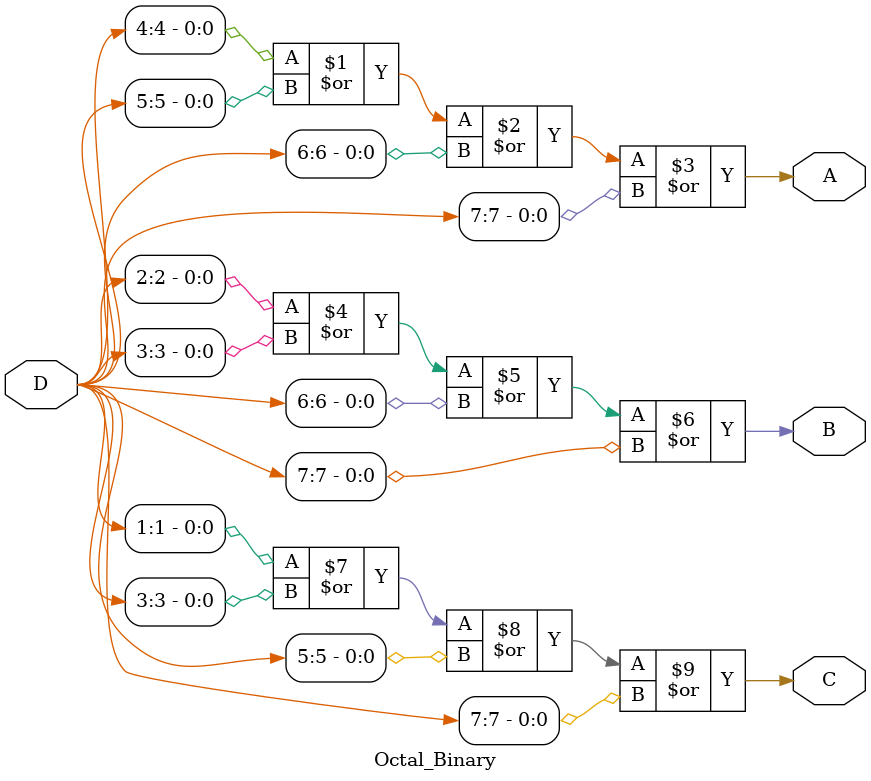
<source format=v>
`timescale 1ns / 1ps


module Octal_Binary(output A,B,C, input [7:0]D);

    //Logic
    assign A = D[4] | D[5] | D[6] | D[7];
    assign B = D[2] | D[3] | D[6] | D[7];
    assign C = D[1] | D[3] | D[5] | D[7];
    

endmodule

</source>
